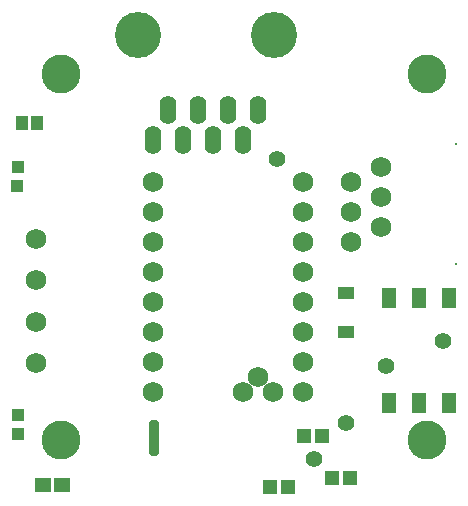
<source format=gts>
G04 Layer_Color=20142*
%FSLAX24Y24*%
%MOIN*%
G70*
G01*
G75*
%ADD44R,0.0493X0.0474*%
%ADD45R,0.0415X0.0415*%
%ADD46R,0.0533X0.0493*%
%ADD47R,0.0434X0.0493*%
%ADD48R,0.0560X0.0438*%
%ADD49R,0.0513X0.0671*%
%ADD50R,0.0513X0.0671*%
%ADD51R,0.0513X0.0671*%
%ADD52C,0.0680*%
%ADD53C,0.0080*%
%ADD54O,0.0552X0.0946*%
%ADD55C,0.1537*%
G04:AMPARAMS|DCode=56|XSize=31.5mil|YSize=118.1mil|CornerRadius=8.9mil|HoleSize=0mil|Usage=FLASHONLY|Rotation=0.000|XOffset=0mil|YOffset=0mil|HoleType=Round|Shape=RoundedRectangle|*
%AMROUNDEDRECTD56*
21,1,0.0315,0.1004,0,0,0.0*
21,1,0.0138,0.1181,0,0,0.0*
1,1,0.0177,0.0069,-0.0502*
1,1,0.0177,-0.0069,-0.0502*
1,1,0.0177,-0.0069,0.0502*
1,1,0.0177,0.0069,0.0502*
%
%ADD56ROUNDEDRECTD56*%
%ADD57C,0.0552*%
%ADD58C,0.0316*%
%ADD59C,0.1300*%
D44*
X19646Y10522D02*
D03*
X19055D02*
D03*
X20768Y12215D02*
D03*
X20177D02*
D03*
X21713Y10807D02*
D03*
X21122D02*
D03*
D45*
X10630Y12913D02*
D03*
Y12283D02*
D03*
Y21181D02*
D03*
X10620Y20551D02*
D03*
D46*
X12116Y10591D02*
D03*
X11467D02*
D03*
D47*
X10758Y22657D02*
D03*
X11289D02*
D03*
D48*
X21585Y16984D02*
D03*
Y15693D02*
D03*
D49*
X22992Y16811D02*
D03*
X24992D02*
D03*
X23992D02*
D03*
D50*
X24992Y13307D02*
D03*
X23992D02*
D03*
D51*
X22992D02*
D03*
D52*
X15140Y20667D02*
D03*
Y19667D02*
D03*
Y18667D02*
D03*
Y17667D02*
D03*
Y16667D02*
D03*
Y15667D02*
D03*
Y14667D02*
D03*
Y13667D02*
D03*
X20140D02*
D03*
Y14667D02*
D03*
Y15667D02*
D03*
Y16667D02*
D03*
Y17667D02*
D03*
Y18667D02*
D03*
Y19667D02*
D03*
Y20667D02*
D03*
X19140Y13667D02*
D03*
X18140D02*
D03*
X18640Y14167D02*
D03*
X11240Y14646D02*
D03*
Y16024D02*
D03*
Y17402D02*
D03*
Y18780D02*
D03*
X22746Y19189D02*
D03*
X21746Y18693D02*
D03*
X22746Y20189D02*
D03*
X21746Y19693D02*
D03*
X22746Y21189D02*
D03*
X21746Y20693D02*
D03*
D53*
X25246Y17941D02*
D03*
Y21941D02*
D03*
D54*
X18150Y22073D02*
D03*
X17150D02*
D03*
X15150D02*
D03*
X16150D02*
D03*
X15650Y23073D02*
D03*
X16650D02*
D03*
X18650D02*
D03*
X17650D02*
D03*
D55*
X14636Y25573D02*
D03*
X19163D02*
D03*
D56*
X15167Y12165D02*
D03*
D57*
X21590Y12657D02*
D03*
X19290Y21450D02*
D03*
X20505Y11447D02*
D03*
X22920Y14560D02*
D03*
X24800Y15380D02*
D03*
D58*
X15167Y12569D02*
D03*
Y11762D02*
D03*
D59*
X12067Y12067D02*
D03*
X24272D02*
D03*
X12067Y24272D02*
D03*
X24272D02*
D03*
M02*

</source>
